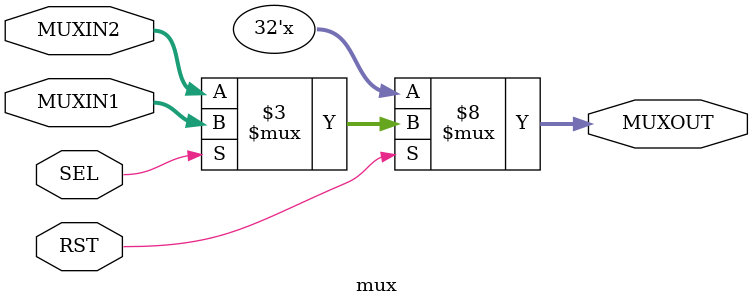
<source format=v>
module mux(MUXIN1, MUXIN2, MUXOUT, SEL, RST);

input RST;
input SEL;
input [31:0] MUXIN1;
input [31:0] MUXIN2;

output reg [31:0] MUXOUT;

always @(*) begin
    if(RST == 0) OUT = 32'b0; else
        MUXOUT = SEL ? MUXIN1 : MUXIN2;
end

endmodule
</source>
